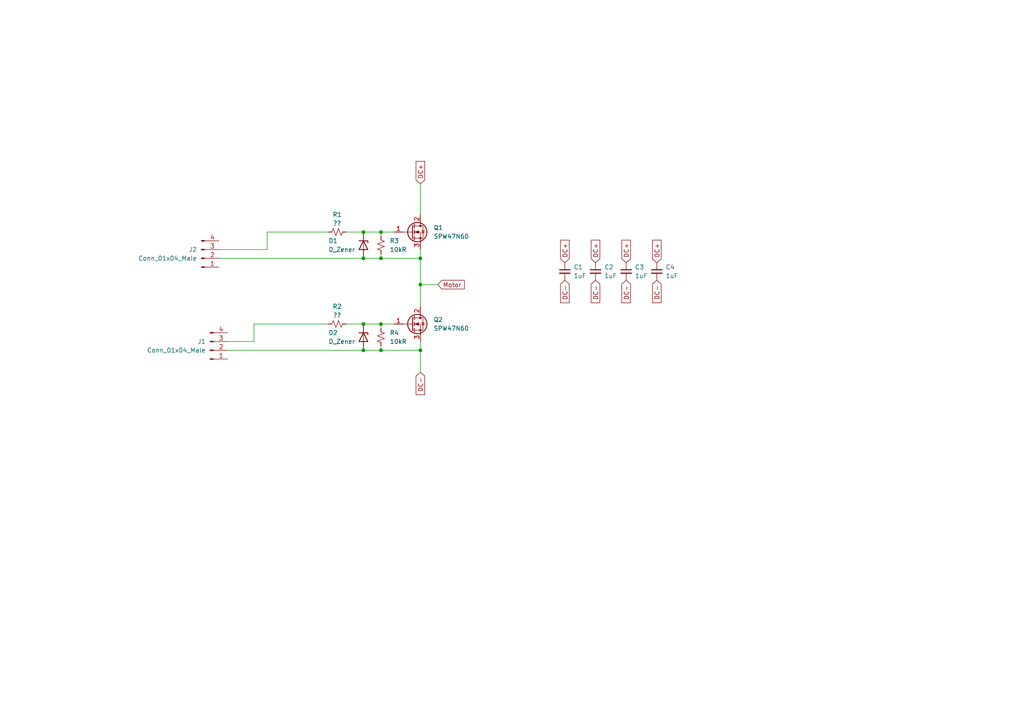
<source format=kicad_sch>
(kicad_sch (version 20211123) (generator eeschema)
  (paper "A4")
  (lib_symbols
    (symbol "Connector:Conn_01x04_Male" (pin_names (offset 1.016) hide)
      (property "Reference" "J" (at 0 5.08 0))
      (property "Value" "Conn_01x04_Male" (at 0 -7.62 0))
      (symbol "Conn_01x04_Male_1_1"
        (polyline (pts (xy 1.27 -5.08) (xy 0.8636 -5.08)) (stroke (width 0.1524)))
        (polyline (pts (xy 1.27 -2.54) (xy 0.8636 -2.54)) (stroke (width 0.1524)))
        (polyline (pts (xy 1.27 0) (xy 0.8636 0)) (stroke (width 0.1524)))
        (polyline (pts (xy 1.27 2.54) (xy 0.8636 2.54)) (stroke (width 0.1524)))
        (rectangle (start 0.8636 -4.953) (end 0 -5.207) (stroke (width 0.1524)) (fill (type outline)))
        (rectangle (start 0.8636 -2.413) (end 0 -2.667) (stroke (width 0.1524)) (fill (type outline)))
        (rectangle (start 0.8636 0.127) (end 0 -0.127) (stroke (width 0.1524)) (fill (type outline)))
        (rectangle (start 0.8636 2.667) (end 0 2.413) (stroke (width 0.1524)) (fill (type outline)))
        (pin passive line (at 5.08 2.54 180) (length 3.81) (name "Pin_1") (number "1"))
        (pin passive line (at 5.08 0 180) (length 3.81) (name "Pin_2") (number "2"))
        (pin passive line (at 5.08 -2.54 180) (length 3.81) (name "Pin_3") (number "3"))
        (pin passive line (at 5.08 -5.08 180) (length 3.81) (name "Pin_4") (number "4"))
      )
    )
    (symbol "Device:C_Small" (pin_numbers hide) (pin_names (offset 0.254) hide)
      (property "Reference" "C" (at 0.254 1.778 0))
      (property "Value" "C_Small" (at 0.254 -2.032 0))
      (symbol "C_Small_0_1"
        (polyline (pts (xy -1.524 -0.508) (xy 1.524 -0.508)) (stroke (width 0.3302)))
        (polyline (pts (xy -1.524 0.508) (xy 1.524 0.508)) (stroke (width 0.3048)))
      )
      (symbol "C_Small_1_1"
        (pin passive line (at 0 2.54 270) (length 2.032) (name "~") (number "1"))
        (pin passive line (at 0 -2.54 90) (length 2.032) (name "~") (number "2"))
      )
    )
    (symbol "Device:D_Zener" (pin_numbers hide) (pin_names (offset 1.016) hide)
      (property "Reference" "D" (at 0 2.54 0))
      (property "Value" "D_Zener" (at 0 -2.54 0))
      (symbol "D_Zener_0_1"
        (polyline (pts (xy 1.27 0) (xy -1.27 0)))
        (polyline (pts (xy -1.27 -1.27) (xy -1.27 1.27) (xy -0.762 1.27)) (stroke (width 0.254)))
        (polyline (pts (xy 1.27 -1.27) (xy 1.27 1.27) (xy -1.27 0) (xy 1.27 -1.27)) (stroke (width 0.254)))
      )
      (symbol "D_Zener_1_1"
        (pin passive line (at -3.81 0 0) (length 2.54) (name "K") (number "1"))
        (pin passive line (at 3.81 0 180) (length 2.54) (name "A") (number "2"))
      )
    )
    (symbol "Device:Q_NMOS_GDS" (pin_names (offset 0) hide)
      (property "Reference" "Q" (at 5.08 1.27 0))
      (property "Value" "Q_NMOS_GDS" (at 5.08 -1.27 0))
      (symbol "Q_NMOS_GDS_0_1"
        (polyline (pts (xy 0.254 0) (xy -2.54 0)))
        (polyline (pts (xy 0.254 1.905) (xy 0.254 -1.905)) (stroke (width 0.254)))
        (polyline (pts (xy 0.762 -1.27) (xy 0.762 -2.286)) (stroke (width 0.254)))
        (polyline (pts (xy 0.762 0.508) (xy 0.762 -0.508)) (stroke (width 0.254)))
        (polyline (pts (xy 0.762 2.286) (xy 0.762 1.27)) (stroke (width 0.254)))
        (polyline (pts (xy 2.54 2.54) (xy 2.54 1.778)))
        (polyline (pts (xy 2.54 -2.54) (xy 2.54 0) (xy 0.762 0)))
        (polyline (pts (xy 0.762 -1.778) (xy 3.302 -1.778) (xy 3.302 1.778) (xy 0.762 1.778)))
        (polyline (pts (xy 1.016 0) (xy 2.032 0.381) (xy 2.032 -0.381) (xy 1.016 0)) (fill (type outline)))
        (polyline (pts (xy 2.794 0.508) (xy 2.921 0.381) (xy 3.683 0.381) (xy 3.81 0.254)))
        (polyline (pts (xy 3.302 0.381) (xy 2.921 -0.254) (xy 3.683 -0.254) (xy 3.302 0.381)))
        (circle (center 1.651 0) (radius 2.794) (stroke (width 0.254)))
        (circle (center 2.54 -1.778) (radius 0.254) (fill (type outline)))
        (circle (center 2.54 1.778) (radius 0.254) (fill (type outline)))
      )
      (symbol "Q_NMOS_GDS_1_1"
        (pin input line (at -5.08 0 0) (length 2.54) (name "G") (number "1"))
        (pin passive line (at 2.54 5.08 270) (length 2.54) (name "D") (number "2"))
        (pin passive line (at 2.54 -5.08 90) (length 2.54) (name "S") (number "3"))
      )
    )
    (symbol "Device:R_Small_US" (pin_numbers hide) (pin_names (offset 0.254) hide)
      (property "Reference" "R" (at 0.762 0.508 0))
      (property "Value" "R_Small_US" (at 0.762 -1.016 0))
      (symbol "R_Small_US_1_1"
        (polyline (pts (xy 0 0) (xy 1.016 -0.381) (xy 0 -0.762) (xy -1.016 -1.143) (xy 0 -1.524)))
        (polyline (pts (xy 0 1.524) (xy 1.016 1.143) (xy 0 0.762) (xy -1.016 0.381) (xy 0 0)))
        (pin passive line (at 0 2.54 270) (length 1.016) (name "~") (number "1"))
        (pin passive line (at 0 -2.54 90) (length 1.016) (name "~") (number "2"))
      )
    )
  )
  (junction (at 121.92 82.55))
  (junction (at 110.49 93.98))
  (junction (at 105.41 93.98))
  (junction (at 105.41 74.93))
  (junction (at 121.92 74.93))
  (junction (at 110.49 67.31))
  (junction (at 105.41 67.31))
  (junction (at 105.41 101.6))
  (junction (at 121.92 101.6))
  (junction (at 110.49 101.6))
  (junction (at 110.49 74.93))
  (wire (pts (xy 110.49 74.93) (xy 121.92 74.93)))
  (wire (pts (xy 121.92 82.55) (xy 127 82.55)))
  (wire (pts (xy 63.5 72.39) (xy 77.47 72.39)))
  (wire (pts (xy 105.41 74.93) (xy 110.49 74.93)))
  (wire (pts (xy 100.33 67.31) (xy 105.41 67.31)))
  (wire (pts (xy 121.92 74.93) (xy 121.92 82.55)))
  (wire (pts (xy 105.41 67.31) (xy 110.49 67.31)))
  (wire (pts (xy 105.41 101.6) (xy 66.04 101.6)))
  (wire (pts (xy 110.49 67.31) (xy 114.3 67.31)))
  (wire (pts (xy 110.49 93.98) (xy 114.3 93.98)))
  (wire (pts (xy 105.41 93.98) (xy 110.49 93.98)))
  (wire (pts (xy 100.33 93.98) (xy 105.41 93.98)))
  (wire (pts (xy 77.47 67.31) (xy 95.25 67.31)))
  (wire (pts (xy 77.47 72.39) (xy 77.47 67.31)))
  (wire (pts (xy 73.66 93.98) (xy 73.66 99.06)))
  (wire (pts (xy 121.92 72.39) (xy 121.92 74.93)))
  (wire (pts (xy 73.66 93.98) (xy 95.25 93.98)))
  (wire (pts (xy 121.92 82.55) (xy 121.92 88.9)))
  (wire (pts (xy 73.66 99.06) (xy 66.04 99.06)))
  (wire (pts (xy 110.49 73.66) (xy 110.49 74.93)))
  (wire (pts (xy 121.92 53.34) (xy 121.92 62.23)))
  (wire (pts (xy 110.49 101.6) (xy 121.92 101.6)))
  (wire (pts (xy 63.5 74.93) (xy 105.41 74.93)))
  (wire (pts (xy 110.49 68.58) (xy 110.49 67.31)))
  (wire (pts (xy 110.49 100.33) (xy 110.49 101.6)))
  (wire (pts (xy 121.92 99.06) (xy 121.92 101.6)))
  (wire (pts (xy 121.92 101.6) (xy 121.92 107.95)))
  (wire (pts (xy 105.41 101.6) (xy 110.49 101.6)))
  (wire (pts (xy 110.49 95.25) (xy 110.49 93.98)))
  (global_label "DC-" (shape input) (at 172.72 81.28 270) (property "Intersheet References" "${INTERSHEET_REFS}" (effects hide)))
  (global_label "DC-" (shape input) (at 121.92 107.95 270) (property "Intersheet References" "${INTERSHEET_REFS}" (effects hide)))
  (global_label "DC+" (shape input) (at 172.72 76.2 90) (property "Intersheet References" "${INTERSHEET_REFS}" (effects hide)))
  (global_label "DC-" (shape input) (at 163.83 81.28 270) (property "Intersheet References" "${INTERSHEET_REFS}" (effects hide)))
  (global_label "Motor" (shape input) (at 127 82.55 0) (property "Intersheet References" "${INTERSHEET_REFS}" (effects hide)))
  (global_label "DC+" (shape input) (at 181.61 76.2 90) (property "Intersheet References" "${INTERSHEET_REFS}" (effects hide)))
  (global_label "DC+" (shape input) (at 163.83 76.2 90) (property "Intersheet References" "${INTERSHEET_REFS}" (effects hide)))
  (global_label "DC-" (shape input) (at 181.61 81.28 270) (property "Intersheet References" "${INTERSHEET_REFS}" (effects hide)))
  (global_label "DC-" (shape input) (at 190.5 81.28 270) (property "Intersheet References" "${INTERSHEET_REFS}" (effects hide)))
  (global_label "DC+" (shape input) (at 121.92 53.34 90) (property "Intersheet References" "${INTERSHEET_REFS}" (effects hide)))
  (global_label "DC+" (shape input) (at 190.5 76.2 90) (property "Intersheet References" "${INTERSHEET_REFS}" (effects hide)))
  (symbol (lib_id "Device:D_Zener") (at 105.41 71.12 270) (unit 1)
    (property "Reference" "D1" (at 95.25 69.85 90) (effects (justify left)))
    (property "Value" "D_Zener" (at 95.25 72.39 90) (effects (justify left)))
    (property "Footprint" "Diode_SMD:D_SOD-123" (effects hide))
  )
  (symbol (lib_id "Device:R_Small_US") (at 97.79 67.31 270) (unit 1)
    (property "Reference" "R1" (at 97.79 62.23 90))
    (property "Value" "??" (at 97.79 64.77 90))
    (property "Footprint" "Resistor_SMD:R_0805_2012Metric_Pad1.20x1.40mm_HandSolder" (effects hide))
  )
  (symbol (lib_id "Device:C_Small") (at 181.61 78.74 0) (unit 1)
    (property "Reference" "C3" (at 184.15 77.4762 0) (effects (justify left)))
    (property "Value" "1uF" (at 184.15 80.0162 0) (effects (justify left)))
    (property "Footprint" "Capacitor_SMD:C_1210_3225Metric_Pad1.33x2.70mm_HandSolder" (effects hide))
  )
  (symbol (lib_id "Device:C_Small") (at 190.5 78.74 0) (unit 1)
    (property "Reference" "C4" (at 193.04 77.4762 0) (effects (justify left)))
    (property "Value" "1uF" (at 193.04 80.0162 0) (effects (justify left)))
    (property "Footprint" "Capacitor_SMD:C_1210_3225Metric_Pad1.33x2.70mm_HandSolder" (effects hide))
  )
  (symbol (lib_id "Device:R_Small_US") (at 97.79 93.98 270) (unit 1)
    (property "Reference" "R2" (at 97.79 88.9 90))
    (property "Value" "??" (at 97.79 91.44 90))
    (property "Footprint" "Resistor_SMD:R_0805_2012Metric_Pad1.20x1.40mm_HandSolder" (effects hide))
  )
  (symbol (lib_id "Device:R_Small_US") (at 110.49 97.79 180) (unit 1)
    (property "Reference" "R4" (at 113.03 96.5199 0) (effects (justify right)))
    (property "Value" "10kR" (at 113.03 99.0599 0) (effects (justify right)))
    (property "Footprint" "Resistor_SMD:R_0805_2012Metric_Pad1.20x1.40mm_HandSolder" (effects hide))
  )
  (symbol (lib_id "Device:C_Small") (at 172.72 78.74 0) (unit 1)
    (property "Reference" "C2" (at 175.26 77.4762 0) (effects (justify left)))
    (property "Value" "1uF" (at 175.26 80.0162 0) (effects (justify left)))
    (property "Footprint" "Capacitor_SMD:C_1210_3225Metric_Pad1.33x2.70mm_HandSolder" (effects hide))
  )
  (symbol (lib_id "Connector:Conn_01x04_Male") (at 60.96 101.6 0) (mirror x) (unit 1)
    (property "Reference" "J1" (at 59.69 99.0599 0) (effects (justify right)))
    (property "Value" "Conn_01x04_Male" (at 59.69 101.5999 0) (effects (justify right)))
    (property "Footprint" "Connector_PinHeader_2.54mm:PinHeader_1x04_P2.54mm_Horizontal" (effects hide))
  )
  (symbol (lib_id "Connector:Conn_01x04_Male") (at 58.42 74.93 0) (mirror x) (unit 1)
    (property "Reference" "J2" (at 57.15 72.3899 0) (effects (justify right)))
    (property "Value" "Conn_01x04_Male" (at 57.15 74.9299 0) (effects (justify right)))
    (property "Footprint" "Connector_PinHeader_2.54mm:PinHeader_1x04_P2.54mm_Horizontal" (effects hide))
  )
  (symbol (lib_id "Device:C_Small") (at 163.83 78.74 0) (unit 1)
    (property "Reference" "C1" (at 166.37 77.4762 0) (effects (justify left)))
    (property "Value" "1uF" (at 166.37 80.0162 0) (effects (justify left)))
    (property "Footprint" "Capacitor_SMD:C_1210_3225Metric_Pad1.33x2.70mm_HandSolder" (effects hide))
  )
  (symbol (lib_id "Device:Q_NMOS_GDS") (at 119.38 93.98 0) (unit 1)
    (property "Reference" "Q2" (at 125.73 92.7099 0) (effects (justify left)))
    (property "Value" "SPW47N60" (at 125.73 95.2499 0) (effects (justify left)))
    (property "Footprint" "ee463_footprint_lib:TO-247-3_Horizontal_TabDown_ee463" (effects hide))
  )
  (symbol (lib_id "Device:Q_NMOS_GDS") (at 119.38 67.31 0) (unit 1)
    (property "Reference" "Q1" (at 125.73 66.0399 0) (effects (justify left)))
    (property "Value" "SPW47N60" (at 125.73 68.5799 0) (effects (justify left)))
    (property "Footprint" "ee463_footprint_lib:TO-247-3_Horizontal_TabDown_ee463" (effects hide))
  )
  (symbol (lib_id "Device:R_Small_US") (at 110.49 71.12 180) (unit 1)
    (property "Reference" "R3" (at 113.03 69.8499 0) (effects (justify right)))
    (property "Value" "10kR" (at 113.03 72.3899 0) (effects (justify right)))
    (property "Footprint" "Resistor_SMD:R_0805_2012Metric_Pad1.20x1.40mm_HandSolder" (effects hide))
  )
  (symbol (lib_id "Device:D_Zener") (at 105.41 97.79 270) (unit 1)
    (property "Reference" "D2" (at 95.25 96.52 90) (effects (justify left)))
    (property "Value" "D_Zener" (at 95.25 99.06 90) (effects (justify left)))
    (property "Footprint" "Diode_SMD:D_SOD-123" (effects hide))
  )
)
</source>
